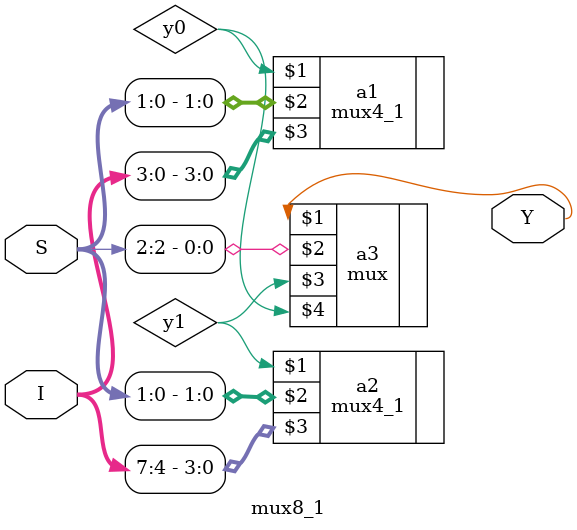
<source format=v>
module mux8_1(Y,S,I);
input [7:0] I;
input [2:0] S;
output Y;
mux4_1 a1(y0,S[1:0],I[3:0]);
mux4_1 a2(y1,S[1:0],I[7:4]);
mux a3(Y,S[2],y1,y0);
endmodule
</source>
